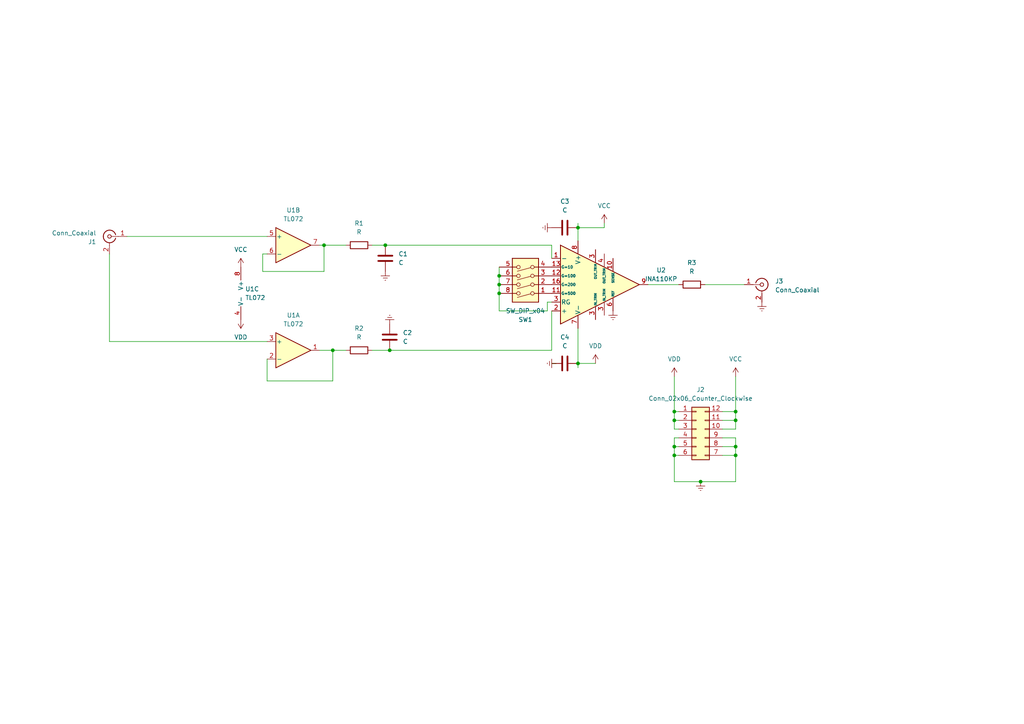
<source format=kicad_sch>
(kicad_sch (version 20230121) (generator eeschema)
  (paper "A4")
  (lib_symbols
    (symbol "Amplifier_Instrumentation_AKL:INA110KP" (pin_names (offset 0.2))
      (property "Reference" "U" (at 10.16 7.62 0))
      (property "Value" "INA110KP" (at 10.16 5.08 0))
      (symbol "INA110KP_0_1"
        (polyline (pts (xy -8.89 11.43) (xy -8.89 -11.43) (xy 13.97 0) (xy -8.89 11.43)) (stroke (width 0.254)) (fill (type background)))
      )
      (symbol "INA110KP_1_1"
        (pin input line (at -11.43 7.62 0) (length 2.54) (name "-") (number "1"))
        (pin input line (at 6.35 7.62 270) (length 3.81) (name "SENSE") (number "10"))
        (pin passive line (at -11.43 -2.54 0) (length 2.54) (name "G=500") (number "11"))
        (pin passive line (at -11.43 2.54 0) (length 2.54) (name "G=100") (number "12"))
        (pin passive line (at -11.43 5.08 0) (length 2.54) (name "G=10") (number "13"))
        (pin passive line (at -11.43 0 0) (length 2.54) (name "G=200") (number "16"))
        (pin input line (at -11.43 -7.62 0) (length 2.54) (name "+") (number "2"))
        (pin passive line (at 1.27 -10.16 90) (length 3.81) (name "IN_TRIM") (number "3"))
        (pin passive line (at 3.81 -8.89 90) (length 3.81) (name "IN_TRIM") (number "3"))
        (pin passive line (at 1.27 10.16 270) (length 3.81) (name "OUT_TRIM") (number "3"))
        (pin passive line (at -11.43 -5.08 0) (length 2.54) (name "RG") (number "3"))
        (pin passive line (at 3.81 8.89 270) (length 3.81) (name "OUT_TRIM") (number "4"))
        (pin input line (at 6.35 -7.62 90) (length 3.81) (name "REF") (number "6"))
        (pin power_in line (at -3.81 -12.7 90) (length 3.81) (name "V-") (number "7"))
        (pin power_in line (at -3.81 12.7 270) (length 3.81) (name "V+") (number "8"))
        (pin output line (at 16.51 0 180) (length 2.54) (name "~") (number "9"))
      )
    )
    (symbol "Amplifier_Operational:TL072" (pin_names (offset 0.127))
      (property "Reference" "U" (at 0 5.08 0))
      (property "Value" "TL072" (at 0 -5.08 0))
      (symbol "TL072_1_1"
        (polyline (pts (xy -5.08 5.08) (xy 5.08 0) (xy -5.08 -5.08) (xy -5.08 5.08)) (stroke (width 0.254)) (fill (type background)))
        (pin output line (at 7.62 0 180) (length 2.54) (name "~") (number "1"))
        (pin input line (at -7.62 -2.54 0) (length 2.54) (name "-") (number "2"))
        (pin input line (at -7.62 2.54 0) (length 2.54) (name "+") (number "3"))
      )
      (symbol "TL072_2_1"
        (polyline (pts (xy -5.08 5.08) (xy 5.08 0) (xy -5.08 -5.08) (xy -5.08 5.08)) (stroke (width 0.254)) (fill (type background)))
        (pin input line (at -7.62 2.54 0) (length 2.54) (name "+") (number "5"))
        (pin input line (at -7.62 -2.54 0) (length 2.54) (name "-") (number "6"))
        (pin output line (at 7.62 0 180) (length 2.54) (name "~") (number "7"))
      )
      (symbol "TL072_3_1"
        (pin power_in line (at -2.54 -7.62 90) (length 3.81) (name "V-") (number "4"))
        (pin power_in line (at -2.54 7.62 270) (length 3.81) (name "V+") (number "8"))
      )
    )
    (symbol "Connector:Conn_Coaxial" (pin_names (offset 1.016) hide)
      (property "Reference" "J" (at 0.254 3.048 0))
      (property "Value" "Conn_Coaxial" (at 2.921 0 90))
      (symbol "Conn_Coaxial_0_1"
        (arc (start -1.778 -0.508) (mid 0.2311 -1.8066) (end 1.778 0) (stroke (width 0.254)))
        (polyline (pts (xy -2.54 0) (xy -0.508 0)))
        (polyline (pts (xy 0 -2.54) (xy 0 -1.778)))
        (circle (center 0 0) (radius 0.508) (stroke (width 0.2032)))
        (arc (start 1.778 0) (mid 0.2099 1.8101) (end -1.778 0.508) (stroke (width 0.254)))
      )
      (symbol "Conn_Coaxial_1_1"
        (pin passive line (at -5.08 0 0) (length 2.54) (name "In") (number "1"))
        (pin passive line (at 0 -5.08 90) (length 2.54) (name "Ext") (number "2"))
      )
    )
    (symbol "Connector_Generic:Conn_02x06_Counter_Clockwise" (pin_names (offset 1.016) hide)
      (property "Reference" "J" (at 1.27 7.62 0))
      (property "Value" "Conn_02x06_Counter_Clockwise" (at 1.27 -10.16 0))
      (symbol "Conn_02x06_Counter_Clockwise_1_1"
        (rectangle (start -1.27 -7.493) (end 0 -7.747) (stroke (width 0.1524)))
        (rectangle (start -1.27 -4.953) (end 0 -5.207) (stroke (width 0.1524)))
        (rectangle (start -1.27 -2.413) (end 0 -2.667) (stroke (width 0.1524)))
        (rectangle (start -1.27 0.127) (end 0 -0.127) (stroke (width 0.1524)))
        (rectangle (start -1.27 2.667) (end 0 2.413) (stroke (width 0.1524)))
        (rectangle (start -1.27 5.207) (end 0 4.953) (stroke (width 0.1524)))
        (rectangle (start -1.27 6.35) (end 3.81 -8.89) (stroke (width 0.254)) (fill (type background)))
        (rectangle (start 3.81 -7.493) (end 2.54 -7.747) (stroke (width 0.1524)))
        (rectangle (start 3.81 -4.953) (end 2.54 -5.207) (stroke (width 0.1524)))
        (rectangle (start 3.81 -2.413) (end 2.54 -2.667) (stroke (width 0.1524)))
        (rectangle (start 3.81 0.127) (end 2.54 -0.127) (stroke (width 0.1524)))
        (rectangle (start 3.81 2.667) (end 2.54 2.413) (stroke (width 0.1524)))
        (rectangle (start 3.81 5.207) (end 2.54 4.953) (stroke (width 0.1524)))
        (pin passive line (at -5.08 5.08 0) (length 3.81) (name "Pin_1") (number "1"))
        (pin passive line (at 7.62 0 180) (length 3.81) (name "Pin_10") (number "10"))
        (pin passive line (at 7.62 2.54 180) (length 3.81) (name "Pin_11") (number "11"))
        (pin passive line (at 7.62 5.08 180) (length 3.81) (name "Pin_12") (number "12"))
        (pin passive line (at -5.08 2.54 0) (length 3.81) (name "Pin_2") (number "2"))
        (pin passive line (at -5.08 0 0) (length 3.81) (name "Pin_3") (number "3"))
        (pin passive line (at -5.08 -2.54 0) (length 3.81) (name "Pin_4") (number "4"))
        (pin passive line (at -5.08 -5.08 0) (length 3.81) (name "Pin_5") (number "5"))
        (pin passive line (at -5.08 -7.62 0) (length 3.81) (name "Pin_6") (number "6"))
        (pin passive line (at 7.62 -7.62 180) (length 3.81) (name "Pin_7") (number "7"))
        (pin passive line (at 7.62 -5.08 180) (length 3.81) (name "Pin_8") (number "8"))
        (pin passive line (at 7.62 -2.54 180) (length 3.81) (name "Pin_9") (number "9"))
      )
    )
    (symbol "Device:C" (pin_numbers hide) (pin_names (offset 0.254))
      (property "Reference" "C" (at 0.635 2.54 0))
      (property "Value" "C" (at 0.635 -2.54 0))
      (symbol "C_0_1"
        (polyline (pts (xy -2.032 -0.762) (xy 2.032 -0.762)) (stroke (width 0.508)))
        (polyline (pts (xy -2.032 0.762) (xy 2.032 0.762)) (stroke (width 0.508)))
      )
      (symbol "C_1_1"
        (pin passive line (at 0 3.81 270) (length 2.794) (name "~") (number "1"))
        (pin passive line (at 0 -3.81 90) (length 2.794) (name "~") (number "2"))
      )
    )
    (symbol "Device:R" (pin_numbers hide) (pin_names (offset 0))
      (property "Reference" "R" (at 2.032 0 90))
      (property "Value" "R" (at 0 0 90))
      (symbol "R_0_1"
        (rectangle (start -1.016 -2.54) (end 1.016 2.54) (stroke (width 0.254)))
      )
      (symbol "R_1_1"
        (pin passive line (at 0 3.81 270) (length 1.27) (name "~") (number "1"))
        (pin passive line (at 0 -3.81 90) (length 1.27) (name "~") (number "2"))
      )
    )
    (symbol "Switch:SW_DIP_x04" (pin_names (offset 0) hide)
      (property "Reference" "SW" (at 0 8.89 0))
      (property "Value" "SW_DIP_x04" (at 0 -6.35 0))
      (symbol "SW_DIP_x04_0_0"
        (circle (center -2.032 -2.54) (radius 0.508))
        (circle (center -2.032 0) (radius 0.508))
        (circle (center -2.032 2.54) (radius 0.508))
        (circle (center -2.032 5.08) (radius 0.508))
        (polyline (pts (xy -1.524 -2.3876) (xy 2.3622 -1.3462)))
        (polyline (pts (xy -1.524 0.127) (xy 2.3622 1.1684)))
        (polyline (pts (xy -1.524 2.667) (xy 2.3622 3.7084)))
        (polyline (pts (xy -1.524 5.207) (xy 2.3622 6.2484)))
        (circle (center 2.032 -2.54) (radius 0.508))
        (circle (center 2.032 0) (radius 0.508))
        (circle (center 2.032 2.54) (radius 0.508))
        (circle (center 2.032 5.08) (radius 0.508))
      )
      (symbol "SW_DIP_x04_0_1"
        (rectangle (start -3.81 7.62) (end 3.81 -5.08) (stroke (width 0.254)) (fill (type background)))
      )
      (symbol "SW_DIP_x04_1_1"
        (pin passive line (at -7.62 5.08 0) (length 5.08) (name "~") (number "1"))
        (pin passive line (at -7.62 2.54 0) (length 5.08) (name "~") (number "2"))
        (pin passive line (at -7.62 0 0) (length 5.08) (name "~") (number "3"))
        (pin passive line (at -7.62 -2.54 0) (length 5.08) (name "~") (number "4"))
        (pin passive line (at 7.62 -2.54 180) (length 5.08) (name "~") (number "5"))
        (pin passive line (at 7.62 0 180) (length 5.08) (name "~") (number "6"))
        (pin passive line (at 7.62 2.54 180) (length 5.08) (name "~") (number "7"))
        (pin passive line (at 7.62 5.08 180) (length 5.08) (name "~") (number "8"))
      )
    )
    (symbol "power:Earth" (power) (pin_names (offset 0))
      (symbol "Earth_0_1"
        (polyline (pts (xy -0.635 -1.905) (xy 0.635 -1.905)))
        (polyline (pts (xy -0.127 -2.54) (xy 0.127 -2.54)))
        (polyline (pts (xy 0 -1.27) (xy 0 0)))
        (polyline (pts (xy 1.27 -1.27) (xy -1.27 -1.27)))
      )
      (symbol "Earth_1_1"
        (pin power_in line (at 0 0 270) (length 0) hide (name "Earth") (number "1"))
      )
    )
    (symbol "power:VCC" (power) (pin_names (offset 0))
      (property "Value" "VCC" (at 0 3.81 0))
      (symbol "VCC_0_1"
        (polyline (pts (xy -0.762 1.27) (xy 0 2.54)))
        (polyline (pts (xy 0 0) (xy 0 2.54)))
        (polyline (pts (xy 0 2.54) (xy 0.762 1.27)))
      )
      (symbol "VCC_1_1"
        (pin power_in line (at 0 0 90) (length 0) hide (name "VCC") (number "1"))
      )
    )
    (symbol "power:VDD" (power) (pin_names (offset 0))
      (property "Value" "VDD" (at 0 3.81 0))
      (symbol "VDD_0_1"
        (polyline (pts (xy -0.762 1.27) (xy 0 2.54)))
        (polyline (pts (xy 0 0) (xy 0 2.54)))
        (polyline (pts (xy 0 2.54) (xy 0.762 1.27)))
      )
      (symbol "VDD_1_1"
        (pin power_in line (at 0 0 90) (length 0) hide (name "VDD") (number "1"))
      )
    )
  )
  (junction (at 113.03 101.6))
  (junction (at 195.58 121.92))
  (junction (at 96.52 101.6))
  (junction (at 213.36 119.38))
  (junction (at 144.78 80.01))
  (junction (at 213.36 132.08))
  (junction (at 167.64 66.04))
  (junction (at 144.78 82.55))
  (junction (at 93.98 71.12))
  (junction (at 167.64 105.41))
  (junction (at 195.58 132.08))
  (junction (at 213.36 121.92))
  (junction (at 111.76 71.12))
  (junction (at 203.2 139.7))
  (junction (at 144.78 85.09))
  (junction (at 195.58 119.38))
  (junction (at 213.36 129.54))
  (junction (at 195.58 129.54))
  (wire (pts (xy 196.85 124.46) (xy 195.58 124.46)))
  (wire (pts (xy 196.85 82.55) (xy 187.96 82.55)))
  (wire (pts (xy 77.47 110.49) (xy 77.47 104.14)))
  (wire (pts (xy 31.75 99.06) (xy 77.47 99.06)))
  (wire (pts (xy 209.55 121.92) (xy 213.36 121.92)))
  (wire (pts (xy 195.58 121.92) (xy 195.58 124.46)))
  (wire (pts (xy 213.36 139.7) (xy 213.36 132.08)))
  (wire (pts (xy 92.71 101.6) (xy 96.52 101.6)))
  (wire (pts (xy 204.47 82.55) (xy 215.9 82.55)))
  (wire (pts (xy 213.36 129.54) (xy 213.36 127)))
  (wire (pts (xy 144.78 90.17) (xy 158.75 90.17)))
  (wire (pts (xy 195.58 132.08) (xy 195.58 139.7)))
  (wire (pts (xy 107.95 71.12) (xy 111.76 71.12)))
  (wire (pts (xy 158.75 90.17) (xy 158.75 87.63)))
  (wire (pts (xy 144.78 82.55) (xy 144.78 80.01)))
  (wire (pts (xy 209.55 129.54) (xy 213.36 129.54)))
  (wire (pts (xy 144.78 80.01) (xy 144.78 77.47)))
  (wire (pts (xy 160.02 101.6) (xy 160.02 90.17)))
  (wire (pts (xy 196.85 121.92) (xy 195.58 121.92)))
  (wire (pts (xy 93.98 78.74) (xy 93.98 71.12)))
  (wire (pts (xy 209.55 132.08) (xy 213.36 132.08)))
  (wire (pts (xy 209.55 119.38) (xy 213.36 119.38)))
  (wire (pts (xy 213.36 121.92) (xy 213.36 119.38)))
  (wire (pts (xy 167.64 105.41) (xy 167.64 95.25)))
  (wire (pts (xy 113.03 101.6) (xy 160.02 101.6)))
  (wire (pts (xy 195.58 129.54) (xy 196.85 129.54)))
  (wire (pts (xy 144.78 85.09) (xy 144.78 82.55)))
  (wire (pts (xy 195.58 119.38) (xy 196.85 119.38)))
  (wire (pts (xy 160.02 71.12) (xy 160.02 74.93)))
  (wire (pts (xy 111.76 71.12) (xy 160.02 71.12)))
  (wire (pts (xy 203.2 139.7) (xy 213.36 139.7)))
  (wire (pts (xy 213.36 119.38) (xy 213.36 109.22)))
  (wire (pts (xy 213.36 124.46) (xy 213.36 121.92)))
  (wire (pts (xy 96.52 110.49) (xy 96.52 101.6)))
  (wire (pts (xy 195.58 119.38) (xy 195.58 109.22)))
  (wire (pts (xy 160.02 105.41) (xy 161.29 105.41)))
  (wire (pts (xy 77.47 110.49) (xy 96.52 110.49)))
  (wire (pts (xy 195.58 139.7) (xy 203.2 139.7)))
  (wire (pts (xy 76.2 73.66) (xy 77.47 73.66)))
  (wire (pts (xy 175.26 64.77) (xy 175.26 66.04)))
  (wire (pts (xy 167.64 64.77) (xy 167.64 66.04)))
  (wire (pts (xy 195.58 127) (xy 196.85 127)))
  (wire (pts (xy 158.75 87.63) (xy 160.02 87.63)))
  (wire (pts (xy 31.75 73.66) (xy 31.75 99.06)))
  (wire (pts (xy 213.36 132.08) (xy 213.36 129.54)))
  (wire (pts (xy 209.55 124.46) (xy 213.36 124.46)))
  (wire (pts (xy 167.64 105.41) (xy 172.72 105.41)))
  (wire (pts (xy 195.58 127) (xy 195.58 129.54)))
  (wire (pts (xy 144.78 85.09) (xy 144.78 90.17)))
  (wire (pts (xy 167.64 106.68) (xy 167.64 105.41)))
  (wire (pts (xy 76.2 78.74) (xy 93.98 78.74)))
  (wire (pts (xy 76.2 78.74) (xy 76.2 73.66)))
  (wire (pts (xy 96.52 101.6) (xy 100.33 101.6)))
  (wire (pts (xy 209.55 127) (xy 213.36 127)))
  (wire (pts (xy 93.98 71.12) (xy 100.33 71.12)))
  (wire (pts (xy 167.64 66.04) (xy 167.64 69.85)))
  (wire (pts (xy 92.71 71.12) (xy 93.98 71.12)))
  (wire (pts (xy 167.64 66.04) (xy 175.26 66.04)))
  (wire (pts (xy 195.58 132.08) (xy 196.85 132.08)))
  (wire (pts (xy 36.83 68.58) (xy 77.47 68.58)))
  (wire (pts (xy 195.58 121.92) (xy 195.58 119.38)))
  (wire (pts (xy 107.95 101.6) (xy 113.03 101.6)))
  (wire (pts (xy 195.58 129.54) (xy 195.58 132.08)))
  (symbol (lib_id "power:VDD") (at 195.58 109.22 0) (unit 1)
    (property "Reference" "#PWR0113" (effects hide))
    (property "Value" "VDD" (at 195.58 104.14 0))
  )
  (symbol (lib_id "Device:C") (at 163.83 105.41 90) (unit 1)
    (property "Reference" "C4" (at 163.83 97.79 90))
    (property "Value" "C" (at 163.83 100.33 90))
    (property "Footprint" "Capacitor_THT:CP_Radial_D4.0mm_P2.00mm" (effects hide))
  )
  (symbol (lib_id "power:Earth") (at 111.76 78.74 0) (unit 1)
    (property "Reference" "#PWR0104" (effects hide))
    (property "Value" "Earth" (effects hide))
  )
  (symbol (lib_id "power:Earth") (at 177.8 90.17 0) (unit 1)
    (property "Reference" "#PWR01" (effects hide))
    (property "Value" "Earth" (effects hide))
  )
  (symbol (lib_id "power:VCC") (at 175.26 64.77 0) (unit 1)
    (property "Reference" "#PWR0102" (effects hide))
    (property "Value" "VCC" (at 175.26 59.69 0))
  )
  (symbol (lib_id "power:Earth") (at 113.03 93.98 180) (unit 1)
    (property "Reference" "#PWR0107" (effects hide))
    (property "Value" "Earth" (effects hide))
  )
  (symbol (lib_id "Amplifier_Operational:TL072") (at 85.09 101.6 0) (unit 1)
    (property "Reference" "U1" (at 85.09 91.44 0))
    (property "Value" "TL072" (at 85.09 93.98 0))
    (property "Footprint" "Package_DIP_AKL:DIP-8_W7.62mm" (effects hide))
    (property "Datasheet" "http://www.ti.com/lit/ds/symlink/tl071.pdf" (effects hide))
  )
  (symbol (lib_id "Device:C") (at 163.83 66.04 90) (unit 1)
    (property "Reference" "C3" (at 163.83 58.42 90))
    (property "Value" "C" (at 163.83 60.96 90))
    (property "Footprint" "Capacitor_THT:CP_Radial_D4.0mm_P2.00mm" (effects hide))
  )
  (symbol (lib_id "power:Earth") (at 161.29 105.41 270) (unit 1)
    (property "Reference" "#PWR0106" (effects hide))
    (property "Value" "Earth" (effects hide))
  )
  (symbol (lib_id "power:VDD") (at 69.85 92.71 180) (unit 1)
    (property "Reference" "#PWR0109" (effects hide))
    (property "Value" "VDD" (at 69.85 97.79 0))
  )
  (symbol (lib_id "power:Earth") (at 160.02 66.04 270) (unit 1)
    (property "Reference" "#PWR0105" (effects hide))
    (property "Value" "Earth" (effects hide))
  )
  (symbol (lib_id "Device:C") (at 111.76 74.93 0) (unit 1)
    (property "Reference" "C1" (at 115.57 73.66 0) (effects (justify left)))
    (property "Value" "C" (at 115.57 76.2 0) (effects (justify left)))
    (property "Footprint" "Capacitor_THT:CP_Radial_D5.0mm_P2.50mm" (effects hide))
  )
  (symbol (lib_id "Device:C") (at 113.03 97.79 180) (unit 1)
    (property "Reference" "C2" (at 116.84 96.52 0) (effects (justify right)))
    (property "Value" "C" (at 116.84 99.06 0) (effects (justify right)))
    (property "Footprint" "Capacitor_THT:CP_Radial_D5.0mm_P2.50mm" (effects hide))
  )
  (symbol (lib_id "Connector_Generic:Conn_02x06_Counter_Clockwise") (at 201.93 124.46 0) (unit 1)
    (property "Reference" "J2" (at 203.2 113.03 0))
    (property "Value" "Conn_02x06_Counter_Clockwise" (at 203.2 115.57 0))
    (property "Footprint" "Connector_IDC:IDC-Header_2x06_P2.54mm_Vertical" (effects hide))
  )
  (symbol (lib_id "Device:R") (at 200.66 82.55 90) (unit 1)
    (property "Reference" "R3" (at 200.66 76.2 90))
    (property "Value" "R" (at 200.66 78.74 90))
    (property "Footprint" "Resistor_THT:R_Axial_DIN0207_L6.3mm_D2.5mm_P10.16mm_Horizontal" (effects hide))
  )
  (symbol (lib_id "power:VCC") (at 213.36 109.22 0) (unit 1)
    (property "Reference" "#PWR0112" (effects hide))
    (property "Value" "VCC" (at 213.36 104.14 0))
  )
  (symbol (lib_id "Connector:Conn_Coaxial") (at 220.98 82.55 0) (unit 1)
    (property "Reference" "J3" (at 224.79 81.5732 0) (effects (justify left)))
    (property "Value" "Conn_Coaxial" (at 224.79 84.1132 0) (effects (justify left)))
    (property "Footprint" "Connector_Coaxial:BNC_Amphenol_B6252HB-NPP3G-50_Horizontal" (effects hide))
    (property "Datasheet" " ~" (effects hide))
  )
  (symbol (lib_id "Device:R") (at 104.14 71.12 90) (unit 1)
    (property "Reference" "R1" (at 104.14 64.77 90))
    (property "Value" "R" (at 104.14 67.31 90))
    (property "Footprint" "Resistor_THT:R_Axial_DIN0207_L6.3mm_D2.5mm_P10.16mm_Horizontal" (effects hide))
  )
  (symbol (lib_id "Amplifier_Operational:TL072") (at 72.39 85.09 0) (unit 3)
    (property "Reference" "U1" (at 71.12 83.82 0) (effects (justify left)))
    (property "Value" "TL072" (at 71.12 86.36 0) (effects (justify left)))
    (property "Footprint" "Package_DIP_AKL:DIP-8_W7.62mm" (effects hide))
    (property "Datasheet" "http://www.ti.com/lit/ds/symlink/tl071.pdf" (effects hide))
  )
  (symbol (lib_id "power:VCC") (at 69.85 77.47 0) (unit 1)
    (property "Reference" "#PWR0108" (effects hide))
    (property "Value" "VCC" (at 69.85 72.39 0))
  )
  (symbol (lib_id "Switch:SW_DIP_x04") (at 152.4 80.01 180) (unit 1)
    (property "Reference" "SW1" (at 152.4 92.71 0))
    (property "Value" "SW_DIP_x04" (at 152.4 90.17 0))
    (property "Footprint" "Button_Switch_THT:SW_DIP_SPSTx04_Slide_9.78x12.34mm_W7.62mm_P2.54mm" (effects hide))
  )
  (symbol (lib_id "power:VDD") (at 172.72 105.41 0) (unit 1)
    (property "Reference" "#PWR0101" (effects hide))
    (property "Value" "VDD" (at 172.72 100.33 0))
  )
  (symbol (lib_id "power:Earth") (at 220.98 87.63 0) (unit 1)
    (property "Reference" "#PWR0111" (effects hide))
    (property "Value" "Earth" (effects hide))
  )
  (symbol (lib_id "Device:R") (at 104.14 101.6 90) (unit 1)
    (property "Reference" "R2" (at 104.14 95.25 90))
    (property "Value" "R" (at 104.14 97.79 90))
    (property "Footprint" "Resistor_THT:R_Axial_DIN0207_L6.3mm_D2.5mm_P10.16mm_Horizontal" (effects hide))
  )
  (symbol (lib_id "Amplifier_Instrumentation_AKL:INA110KP") (at 171.45 82.55 0) (unit 1)
    (property "Reference" "U2" (at 191.77 78.3591 0))
    (property "Value" "INA110KP" (at 191.77 80.8991 0))
    (property "Footprint" "Package_DIP_AKL:DIP-16_W7.62mm_LongPads" (effects hide))
    (property "Datasheet" "https://www.ti.com/lit/ds/symlink/ina110.pdf?ts=1630663806618&ref_url=https%253A%252F%252Fwww.ti.com%252Fproduct%252FINA110" (effects hide))
  )
  (symbol (lib_id "Amplifier_Operational:TL072") (at 85.09 71.12 0) (unit 2)
    (property "Reference" "U1" (at 85.09 60.96 0))
    (property "Value" "TL072" (at 85.09 63.5 0))
    (property "Footprint" "Package_DIP_AKL:DIP-8_W7.62mm" (effects hide))
    (property "Datasheet" "http://www.ti.com/lit/ds/symlink/tl071.pdf" (effects hide))
  )
  (symbol (lib_id "Connector:Conn_Coaxial") (at 31.75 68.58 0) (mirror y) (unit 1)
    (property "Reference" "J1" (at 27.94 70.1432 0) (effects (justify left)))
    (property "Value" "Conn_Coaxial" (at 27.94 67.6032 0) (effects (justify left)))
    (property "Footprint" "Connector_Coaxial:BNC_Amphenol_B6252HB-NPP3G-50_Horizontal" (effects hide))
    (property "Datasheet" " ~" (effects hide))
  )
  (symbol (lib_id "power:Earth") (at 203.2 139.7 0) (unit 1)
    (property "Reference" "#PWR0110" (effects hide))
    (property "Value" "Earth" (effects hide))
  )
)
</source>
